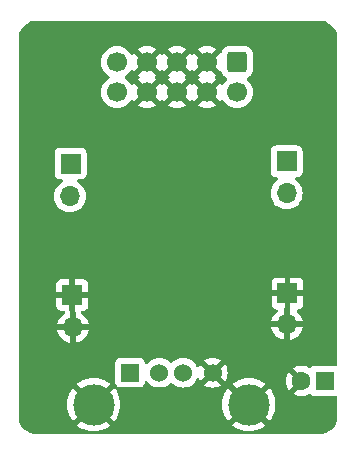
<source format=gbr>
%TF.GenerationSoftware,KiCad,Pcbnew,8.0.5*%
%TF.CreationDate,2024-12-20T11:43:52+13:00*%
%TF.ProjectId,eurorack_to_usb_MP1584EN,6575726f-7261-4636-9b5f-746f5f757362,rev?*%
%TF.SameCoordinates,Original*%
%TF.FileFunction,Copper,L2,Bot*%
%TF.FilePolarity,Positive*%
%FSLAX46Y46*%
G04 Gerber Fmt 4.6, Leading zero omitted, Abs format (unit mm)*
G04 Created by KiCad (PCBNEW 8.0.5) date 2024-12-20 11:43:52*
%MOMM*%
%LPD*%
G01*
G04 APERTURE LIST*
G04 Aperture macros list*
%AMRoundRect*
0 Rectangle with rounded corners*
0 $1 Rounding radius*
0 $2 $3 $4 $5 $6 $7 $8 $9 X,Y pos of 4 corners*
0 Add a 4 corners polygon primitive as box body*
4,1,4,$2,$3,$4,$5,$6,$7,$8,$9,$2,$3,0*
0 Add four circle primitives for the rounded corners*
1,1,$1+$1,$2,$3*
1,1,$1+$1,$4,$5*
1,1,$1+$1,$6,$7*
1,1,$1+$1,$8,$9*
0 Add four rect primitives between the rounded corners*
20,1,$1+$1,$2,$3,$4,$5,0*
20,1,$1+$1,$4,$5,$6,$7,0*
20,1,$1+$1,$6,$7,$8,$9,0*
20,1,$1+$1,$8,$9,$2,$3,0*%
G04 Aperture macros list end*
%TA.AperFunction,ComponentPad*%
%ADD10R,1.524000X1.524000*%
%TD*%
%TA.AperFunction,ComponentPad*%
%ADD11C,1.524000*%
%TD*%
%TA.AperFunction,ComponentPad*%
%ADD12C,3.500000*%
%TD*%
%TA.AperFunction,ComponentPad*%
%ADD13R,1.600000X1.600000*%
%TD*%
%TA.AperFunction,ComponentPad*%
%ADD14C,1.600000*%
%TD*%
%TA.AperFunction,ComponentPad*%
%ADD15R,1.700000X1.700000*%
%TD*%
%TA.AperFunction,ComponentPad*%
%ADD16O,1.700000X1.700000*%
%TD*%
%TA.AperFunction,ComponentPad*%
%ADD17RoundRect,0.250000X-0.600000X0.600000X-0.600000X-0.600000X0.600000X-0.600000X0.600000X0.600000X0*%
%TD*%
%TA.AperFunction,ComponentPad*%
%ADD18C,1.700000*%
%TD*%
G04 APERTURE END LIST*
D10*
%TO.P,J2,1,VBUS*%
%TO.N,Net-(J2-VBUS)*%
X144930000Y-106290000D03*
D11*
%TO.P,J2,2,D-*%
%TO.N,unconnected-(J2-D--Pad2)*%
X147430000Y-106290000D03*
%TO.P,J2,3,D+*%
%TO.N,unconnected-(J2-D+-Pad3)*%
X149430000Y-106290000D03*
%TO.P,J2,4,GND*%
%TO.N,GND*%
X151930000Y-106290000D03*
D12*
%TO.P,J2,5,Shield*%
X141860000Y-109000000D03*
X155000000Y-109000000D03*
%TD*%
D13*
%TO.P,C1,1*%
%TO.N,Net-(J2-VBUS)*%
X161455112Y-107000000D03*
D14*
%TO.P,C1,2*%
%TO.N,GND*%
X159455112Y-107000000D03*
%TD*%
D15*
%TO.P,J3,1,Pin_1*%
%TO.N,Net-(J1-Pin_9)*%
X158194800Y-88413400D03*
D16*
X158194800Y-91105800D03*
%TO.P,J3,2,Pin_2*%
%TO.N,GND*%
X158245600Y-102205600D03*
D15*
X158271000Y-99589400D03*
%TO.P,J3,3,Pin_3*%
X140059200Y-99716400D03*
D16*
X140100000Y-102450000D03*
%TO.P,J3,4,Pin_4*%
%TO.N,Net-(J2-VBUS)*%
X139856000Y-91359800D03*
D15*
X139906800Y-88591200D03*
%TD*%
D17*
%TO.P,J1,1,Pin_1*%
%TO.N,unconnected-(J1-Pin_1-Pad1)*%
X154000000Y-80000000D03*
D18*
%TO.P,J1,2,Pin_2*%
%TO.N,unconnected-(J1-Pin_2-Pad2)*%
X154000000Y-82540000D03*
%TO.P,J1,3,Pin_3*%
%TO.N,GND*%
X151460000Y-80000000D03*
%TO.P,J1,4,Pin_4*%
X151460000Y-82540000D03*
%TO.P,J1,5,Pin_5*%
X148920000Y-80000000D03*
%TO.P,J1,6,Pin_6*%
X148920000Y-82540000D03*
%TO.P,J1,7,Pin_7*%
X146380000Y-80000000D03*
%TO.P,J1,8,Pin_8*%
X146380000Y-82540000D03*
%TO.P,J1,9,Pin_9*%
%TO.N,Net-(J1-Pin_9)*%
X143840000Y-80000000D03*
%TO.P,J1,10,Pin_10*%
%TO.N,unconnected-(J1-Pin_10-Pad10)*%
X143840000Y-82540000D03*
%TD*%
%TA.AperFunction,Conductor*%
%TO.N,GND*%
G36*
X140309200Y-101057000D02*
G01*
X140313681Y-101061481D01*
X140347166Y-101122804D01*
X140350000Y-101149162D01*
X140350000Y-102016988D01*
X140292993Y-101984075D01*
X140165826Y-101950000D01*
X140034174Y-101950000D01*
X139907007Y-101984075D01*
X139850000Y-102016988D01*
X139850000Y-101114718D01*
X139816510Y-101068852D01*
X139809200Y-101026906D01*
X139809200Y-100149412D01*
X139866207Y-100182325D01*
X139993374Y-100216400D01*
X140125026Y-100216400D01*
X140252193Y-100182325D01*
X140309200Y-100149412D01*
X140309200Y-101057000D01*
G37*
%TD.AperFunction*%
%TA.AperFunction,Conductor*%
G36*
X158521000Y-100905638D02*
G01*
X158501315Y-100972677D01*
X158495600Y-100979769D01*
X158495600Y-101772588D01*
X158438593Y-101739675D01*
X158311426Y-101705600D01*
X158179774Y-101705600D01*
X158052607Y-101739675D01*
X157995600Y-101772588D01*
X157995600Y-100889362D01*
X158015285Y-100822323D01*
X158021000Y-100815230D01*
X158021000Y-100022412D01*
X158078007Y-100055325D01*
X158205174Y-100089400D01*
X158336826Y-100089400D01*
X158463993Y-100055325D01*
X158521000Y-100022412D01*
X158521000Y-100905638D01*
G37*
%TD.AperFunction*%
%TA.AperFunction,Conductor*%
G36*
X145914075Y-80192993D02*
G01*
X145979901Y-80307007D01*
X146072993Y-80400099D01*
X146187007Y-80465925D01*
X146250590Y-80482962D01*
X145618625Y-81114925D01*
X145695031Y-81168425D01*
X145738655Y-81223002D01*
X145745848Y-81292501D01*
X145714326Y-81354855D01*
X145695029Y-81371576D01*
X145618625Y-81425072D01*
X146250590Y-82057037D01*
X146187007Y-82074075D01*
X146072993Y-82139901D01*
X145979901Y-82232993D01*
X145914075Y-82347007D01*
X145897037Y-82410590D01*
X145265073Y-81778626D01*
X145211881Y-81854594D01*
X145157304Y-81898219D01*
X145087806Y-81905413D01*
X145025451Y-81873891D01*
X145008730Y-81854594D01*
X144878494Y-81668597D01*
X144711402Y-81501506D01*
X144711396Y-81501501D01*
X144525842Y-81371575D01*
X144482217Y-81316998D01*
X144475023Y-81247500D01*
X144506546Y-81185145D01*
X144525842Y-81168425D01*
X144668325Y-81068657D01*
X144711401Y-81038495D01*
X144878495Y-80871401D01*
X145008732Y-80685403D01*
X145063307Y-80641780D01*
X145132805Y-80634586D01*
X145195160Y-80666109D01*
X145211880Y-80685405D01*
X145265073Y-80761373D01*
X145897037Y-80129409D01*
X145914075Y-80192993D01*
G37*
%TD.AperFunction*%
%TA.AperFunction,Conductor*%
G36*
X150994075Y-80192993D02*
G01*
X151059901Y-80307007D01*
X151152993Y-80400099D01*
X151267007Y-80465925D01*
X151330590Y-80482962D01*
X150698625Y-81114925D01*
X150775031Y-81168425D01*
X150818655Y-81223002D01*
X150825848Y-81292501D01*
X150794326Y-81354855D01*
X150775029Y-81371576D01*
X150698625Y-81425072D01*
X151330590Y-82057037D01*
X151267007Y-82074075D01*
X151152993Y-82139901D01*
X151059901Y-82232993D01*
X150994075Y-82347007D01*
X150977037Y-82410590D01*
X150345072Y-81778625D01*
X150345072Y-81778626D01*
X150291574Y-81855030D01*
X150236998Y-81898655D01*
X150167499Y-81905849D01*
X150105144Y-81874326D01*
X150088424Y-81855030D01*
X150034925Y-81778626D01*
X150034925Y-81778625D01*
X149402962Y-82410589D01*
X149385925Y-82347007D01*
X149320099Y-82232993D01*
X149227007Y-82139901D01*
X149112993Y-82074075D01*
X149049410Y-82057037D01*
X149681373Y-81425073D01*
X149604969Y-81371576D01*
X149561344Y-81316999D01*
X149554150Y-81247501D01*
X149585672Y-81185146D01*
X149604968Y-81168425D01*
X149681373Y-81114925D01*
X149049409Y-80482962D01*
X149112993Y-80465925D01*
X149227007Y-80400099D01*
X149320099Y-80307007D01*
X149385925Y-80192993D01*
X149402962Y-80129410D01*
X150034925Y-80761373D01*
X150088425Y-80684968D01*
X150143002Y-80641344D01*
X150212501Y-80634151D01*
X150274855Y-80665673D01*
X150291576Y-80684969D01*
X150345073Y-80761372D01*
X150977037Y-80129409D01*
X150994075Y-80192993D01*
G37*
%TD.AperFunction*%
%TA.AperFunction,Conductor*%
G36*
X148454075Y-80192993D02*
G01*
X148519901Y-80307007D01*
X148612993Y-80400099D01*
X148727007Y-80465925D01*
X148790590Y-80482962D01*
X148158625Y-81114925D01*
X148235031Y-81168425D01*
X148278655Y-81223002D01*
X148285848Y-81292501D01*
X148254326Y-81354855D01*
X148235029Y-81371576D01*
X148158625Y-81425072D01*
X148790590Y-82057037D01*
X148727007Y-82074075D01*
X148612993Y-82139901D01*
X148519901Y-82232993D01*
X148454075Y-82347007D01*
X148437037Y-82410589D01*
X147805073Y-81778625D01*
X147805072Y-81778626D01*
X147751574Y-81855030D01*
X147696998Y-81898655D01*
X147627499Y-81905849D01*
X147565144Y-81874326D01*
X147548424Y-81855030D01*
X147494925Y-81778626D01*
X147494925Y-81778625D01*
X146862962Y-82410589D01*
X146845925Y-82347007D01*
X146780099Y-82232993D01*
X146687007Y-82139901D01*
X146572993Y-82074075D01*
X146509410Y-82057037D01*
X147141373Y-81425073D01*
X147064969Y-81371576D01*
X147021344Y-81316999D01*
X147014150Y-81247501D01*
X147045672Y-81185146D01*
X147064968Y-81168425D01*
X147141373Y-81114925D01*
X146509409Y-80482962D01*
X146572993Y-80465925D01*
X146687007Y-80400099D01*
X146780099Y-80307007D01*
X146845925Y-80192993D01*
X146862962Y-80129410D01*
X147494925Y-80761373D01*
X147548425Y-80684968D01*
X147603002Y-80641344D01*
X147672501Y-80634151D01*
X147734855Y-80665673D01*
X147751576Y-80684969D01*
X147805073Y-80761372D01*
X148437037Y-80129409D01*
X148454075Y-80192993D01*
G37*
%TD.AperFunction*%
%TA.AperFunction,Conductor*%
G36*
X152579341Y-80765789D02*
G01*
X152631191Y-80776209D01*
X152681375Y-80824823D01*
X152691205Y-80846966D01*
X152715186Y-80919334D01*
X152807288Y-81068656D01*
X152931344Y-81192712D01*
X153080666Y-81284814D01*
X153089264Y-81287663D01*
X153146707Y-81327433D01*
X153173531Y-81391948D01*
X153161217Y-81460724D01*
X153132234Y-81497483D01*
X153132427Y-81497676D01*
X153130798Y-81499304D01*
X153129975Y-81500349D01*
X153128599Y-81501503D01*
X152961505Y-81668597D01*
X152831269Y-81854595D01*
X152776692Y-81898220D01*
X152707194Y-81905414D01*
X152644839Y-81873891D01*
X152628119Y-81854595D01*
X152574925Y-81778626D01*
X152574925Y-81778625D01*
X151942962Y-82410589D01*
X151925925Y-82347007D01*
X151860099Y-82232993D01*
X151767007Y-82139901D01*
X151652993Y-82074075D01*
X151589410Y-82057037D01*
X152221373Y-81425073D01*
X152144969Y-81371576D01*
X152101344Y-81316999D01*
X152094150Y-81247501D01*
X152125672Y-81185146D01*
X152144968Y-81168425D01*
X152221373Y-81114925D01*
X151589409Y-80482962D01*
X151652993Y-80465925D01*
X151767007Y-80400099D01*
X151860099Y-80307007D01*
X151925925Y-80192993D01*
X151942962Y-80129410D01*
X152579341Y-80765789D01*
G37*
%TD.AperFunction*%
%TA.AperFunction,Conductor*%
G36*
X161004418Y-76500816D02*
G01*
X161204561Y-76515130D01*
X161222063Y-76517647D01*
X161413797Y-76559355D01*
X161430755Y-76564334D01*
X161614609Y-76632909D01*
X161630701Y-76640259D01*
X161802904Y-76734288D01*
X161817784Y-76743849D01*
X161974867Y-76861441D01*
X161988237Y-76873027D01*
X162126972Y-77011762D01*
X162138558Y-77025132D01*
X162256146Y-77182210D01*
X162265711Y-77197095D01*
X162359740Y-77369298D01*
X162367090Y-77385390D01*
X162435662Y-77569236D01*
X162440646Y-77586212D01*
X162482351Y-77777931D01*
X162484869Y-77795442D01*
X162499184Y-77995580D01*
X162499500Y-78004427D01*
X162499500Y-105582582D01*
X162479815Y-105649621D01*
X162427011Y-105695376D01*
X162362247Y-105705871D01*
X162302985Y-105699500D01*
X162302976Y-105699500D01*
X160607241Y-105699500D01*
X160607235Y-105699501D01*
X160547628Y-105705908D01*
X160412783Y-105756202D01*
X160412776Y-105756206D01*
X160297569Y-105842451D01*
X160297564Y-105842456D01*
X160290757Y-105851549D01*
X160234822Y-105893418D01*
X160165130Y-105898400D01*
X160120372Y-105878812D01*
X160107597Y-105869868D01*
X160107593Y-105869865D01*
X159901438Y-105773734D01*
X159901429Y-105773730D01*
X159681722Y-105714860D01*
X159681711Y-105714858D01*
X159455114Y-105695034D01*
X159455110Y-105695034D01*
X159228512Y-105714858D01*
X159228501Y-105714860D01*
X159008794Y-105773730D01*
X159008785Y-105773734D01*
X158802628Y-105869866D01*
X158802624Y-105869868D01*
X158729638Y-105920973D01*
X158729638Y-105920974D01*
X159408665Y-106600000D01*
X159402451Y-106600000D01*
X159300718Y-106627259D01*
X159209506Y-106679920D01*
X159135032Y-106754394D01*
X159082371Y-106845606D01*
X159055112Y-106947339D01*
X159055112Y-106953552D01*
X158376086Y-106274526D01*
X158376085Y-106274526D01*
X158324980Y-106347512D01*
X158324978Y-106347516D01*
X158228846Y-106553673D01*
X158228842Y-106553682D01*
X158169972Y-106773389D01*
X158169970Y-106773400D01*
X158150146Y-106999997D01*
X158150146Y-107000002D01*
X158169970Y-107226599D01*
X158169972Y-107226610D01*
X158228842Y-107446317D01*
X158228847Y-107446331D01*
X158324975Y-107652478D01*
X158376086Y-107725472D01*
X159055112Y-107046446D01*
X159055112Y-107052661D01*
X159082371Y-107154394D01*
X159135032Y-107245606D01*
X159209506Y-107320080D01*
X159300718Y-107372741D01*
X159402451Y-107400000D01*
X159408663Y-107400000D01*
X158729638Y-108079025D01*
X158802625Y-108130132D01*
X158802633Y-108130136D01*
X159008780Y-108226264D01*
X159008794Y-108226269D01*
X159228501Y-108285139D01*
X159228512Y-108285141D01*
X159455110Y-108304966D01*
X159455114Y-108304966D01*
X159681711Y-108285141D01*
X159681722Y-108285139D01*
X159901429Y-108226269D01*
X159901438Y-108226265D01*
X160107593Y-108130134D01*
X160120365Y-108121191D01*
X160186571Y-108098862D01*
X160254339Y-108115870D01*
X160290756Y-108148449D01*
X160297566Y-108157546D01*
X160343755Y-108192123D01*
X160412776Y-108243793D01*
X160412783Y-108243797D01*
X160547629Y-108294091D01*
X160547628Y-108294091D01*
X160554556Y-108294835D01*
X160607239Y-108300500D01*
X162302984Y-108300499D01*
X162362247Y-108294128D01*
X162431005Y-108306534D01*
X162482142Y-108354145D01*
X162499500Y-108417418D01*
X162499500Y-109995572D01*
X162499184Y-110004419D01*
X162484869Y-110204557D01*
X162482351Y-110222068D01*
X162440646Y-110413787D01*
X162435662Y-110430763D01*
X162367090Y-110614609D01*
X162359740Y-110630701D01*
X162265711Y-110802904D01*
X162256146Y-110817789D01*
X162138558Y-110974867D01*
X162126972Y-110988237D01*
X161988237Y-111126972D01*
X161974867Y-111138558D01*
X161817789Y-111256146D01*
X161802904Y-111265711D01*
X161630701Y-111359740D01*
X161614609Y-111367090D01*
X161430763Y-111435662D01*
X161413787Y-111440646D01*
X161222068Y-111482351D01*
X161204557Y-111484869D01*
X161023779Y-111497799D01*
X161004417Y-111499184D01*
X160995572Y-111499500D01*
X155054835Y-111499500D01*
X154997330Y-111482614D01*
X154972244Y-111496507D01*
X154945165Y-111499500D01*
X141914835Y-111499500D01*
X141857330Y-111482614D01*
X141832244Y-111496507D01*
X141805165Y-111499500D01*
X137004428Y-111499500D01*
X136995582Y-111499184D01*
X136973622Y-111497613D01*
X136795442Y-111484869D01*
X136777931Y-111482351D01*
X136586212Y-111440646D01*
X136569236Y-111435662D01*
X136385390Y-111367090D01*
X136369298Y-111359740D01*
X136197095Y-111265711D01*
X136182210Y-111256146D01*
X136025132Y-111138558D01*
X136011762Y-111126972D01*
X135873027Y-110988237D01*
X135861441Y-110974867D01*
X135844878Y-110952741D01*
X135743849Y-110817784D01*
X135734288Y-110802904D01*
X135640259Y-110630701D01*
X135632909Y-110614609D01*
X135572091Y-110451551D01*
X135564334Y-110430755D01*
X135559355Y-110413797D01*
X135517647Y-110222063D01*
X135515130Y-110204556D01*
X135500816Y-110004418D01*
X135500500Y-109995572D01*
X135500500Y-109000000D01*
X139605172Y-109000000D01*
X139624462Y-109294312D01*
X139624464Y-109294324D01*
X139682001Y-109583584D01*
X139682005Y-109583599D01*
X139776812Y-109862888D01*
X139907258Y-110127406D01*
X139907265Y-110127419D01*
X140071123Y-110372649D01*
X140100405Y-110406040D01*
X140887912Y-109618532D01*
X140982829Y-109749175D01*
X141110825Y-109877171D01*
X141241465Y-109972086D01*
X140453958Y-110759593D01*
X140487350Y-110788876D01*
X140732580Y-110952734D01*
X140732593Y-110952741D01*
X140997111Y-111083187D01*
X141276400Y-111177994D01*
X141276415Y-111177998D01*
X141565675Y-111235535D01*
X141565687Y-111235537D01*
X141813275Y-111251765D01*
X141860431Y-111269034D01*
X141879900Y-111256523D01*
X141906725Y-111251765D01*
X142154312Y-111235537D01*
X142154324Y-111235535D01*
X142443584Y-111177998D01*
X142443599Y-111177994D01*
X142722888Y-111083187D01*
X142987406Y-110952741D01*
X142987419Y-110952734D01*
X143232648Y-110788877D01*
X143266039Y-110759593D01*
X142478533Y-109972086D01*
X142609175Y-109877171D01*
X142737171Y-109749175D01*
X142832086Y-109618533D01*
X143619593Y-110406039D01*
X143648877Y-110372648D01*
X143812734Y-110127419D01*
X143812741Y-110127406D01*
X143943187Y-109862888D01*
X144037994Y-109583599D01*
X144037998Y-109583584D01*
X144095535Y-109294324D01*
X144095537Y-109294312D01*
X144114827Y-109000000D01*
X152745172Y-109000000D01*
X152764462Y-109294312D01*
X152764464Y-109294324D01*
X152822001Y-109583584D01*
X152822005Y-109583599D01*
X152916812Y-109862888D01*
X153047258Y-110127406D01*
X153047265Y-110127419D01*
X153211123Y-110372649D01*
X153240405Y-110406040D01*
X154027912Y-109618532D01*
X154122829Y-109749175D01*
X154250825Y-109877171D01*
X154381465Y-109972086D01*
X153593958Y-110759593D01*
X153627350Y-110788876D01*
X153872580Y-110952734D01*
X153872593Y-110952741D01*
X154137111Y-111083187D01*
X154416400Y-111177994D01*
X154416415Y-111177998D01*
X154705675Y-111235535D01*
X154705687Y-111235537D01*
X154953275Y-111251765D01*
X155000431Y-111269034D01*
X155019900Y-111256523D01*
X155046725Y-111251765D01*
X155294312Y-111235537D01*
X155294324Y-111235535D01*
X155583584Y-111177998D01*
X155583599Y-111177994D01*
X155862888Y-111083187D01*
X156127406Y-110952741D01*
X156127419Y-110952734D01*
X156372648Y-110788877D01*
X156406039Y-110759593D01*
X155618533Y-109972086D01*
X155749175Y-109877171D01*
X155877171Y-109749175D01*
X155972086Y-109618533D01*
X156759593Y-110406039D01*
X156788877Y-110372648D01*
X156952734Y-110127419D01*
X156952741Y-110127406D01*
X157083187Y-109862888D01*
X157177994Y-109583599D01*
X157177998Y-109583584D01*
X157235535Y-109294324D01*
X157235537Y-109294312D01*
X157254827Y-109000000D01*
X157235537Y-108705687D01*
X157235535Y-108705675D01*
X157177998Y-108416415D01*
X157177994Y-108416400D01*
X157083187Y-108137111D01*
X156952741Y-107872593D01*
X156952734Y-107872580D01*
X156788876Y-107627350D01*
X156759593Y-107593958D01*
X155972086Y-108381465D01*
X155877171Y-108250825D01*
X155749175Y-108122829D01*
X155618533Y-108027912D01*
X156406040Y-107240405D01*
X156372649Y-107211123D01*
X156127419Y-107047265D01*
X156127406Y-107047258D01*
X155862888Y-106916812D01*
X155583599Y-106822005D01*
X155583584Y-106822001D01*
X155294324Y-106764464D01*
X155294312Y-106764462D01*
X155000000Y-106745172D01*
X154705687Y-106764462D01*
X154705675Y-106764464D01*
X154416415Y-106822001D01*
X154416400Y-106822005D01*
X154137111Y-106916812D01*
X153872593Y-107047258D01*
X153872580Y-107047265D01*
X153627346Y-107211126D01*
X153627339Y-107211131D01*
X153593959Y-107240403D01*
X153593959Y-107240405D01*
X154381466Y-108027912D01*
X154250825Y-108122829D01*
X154122829Y-108250825D01*
X154027912Y-108381466D01*
X153240405Y-107593959D01*
X153240403Y-107593959D01*
X153211131Y-107627339D01*
X153211126Y-107627346D01*
X153047265Y-107872580D01*
X153047258Y-107872593D01*
X152916812Y-108137111D01*
X152822005Y-108416400D01*
X152822001Y-108416415D01*
X152764464Y-108705675D01*
X152764462Y-108705687D01*
X152745172Y-109000000D01*
X144114827Y-109000000D01*
X144095537Y-108705687D01*
X144095535Y-108705675D01*
X144037998Y-108416415D01*
X144037994Y-108416400D01*
X143943187Y-108137111D01*
X143812741Y-107872593D01*
X143812734Y-107872580D01*
X143648876Y-107627350D01*
X143619593Y-107593958D01*
X142832086Y-108381465D01*
X142737171Y-108250825D01*
X142609175Y-108122829D01*
X142478533Y-108027912D01*
X143266040Y-107240405D01*
X143232649Y-107211123D01*
X142987419Y-107047265D01*
X142987406Y-107047258D01*
X142722888Y-106916812D01*
X142443599Y-106822005D01*
X142443584Y-106822001D01*
X142154324Y-106764464D01*
X142154312Y-106764462D01*
X141860000Y-106745172D01*
X141565687Y-106764462D01*
X141565675Y-106764464D01*
X141276415Y-106822001D01*
X141276400Y-106822005D01*
X140997111Y-106916812D01*
X140732593Y-107047258D01*
X140732580Y-107047265D01*
X140487346Y-107211126D01*
X140487339Y-107211131D01*
X140453959Y-107240403D01*
X140453959Y-107240405D01*
X141241466Y-108027912D01*
X141110825Y-108122829D01*
X140982829Y-108250825D01*
X140887913Y-108381466D01*
X140100405Y-107593959D01*
X140100403Y-107593959D01*
X140071131Y-107627339D01*
X140071126Y-107627346D01*
X139907265Y-107872580D01*
X139907258Y-107872593D01*
X139776812Y-108137111D01*
X139682005Y-108416400D01*
X139682001Y-108416415D01*
X139624464Y-108705675D01*
X139624462Y-108705687D01*
X139605172Y-109000000D01*
X135500500Y-109000000D01*
X135500500Y-105480135D01*
X143667500Y-105480135D01*
X143667500Y-107099870D01*
X143667501Y-107099876D01*
X143673908Y-107159483D01*
X143724202Y-107294328D01*
X143724206Y-107294335D01*
X143810452Y-107409544D01*
X143810455Y-107409547D01*
X143925664Y-107495793D01*
X143925671Y-107495797D01*
X144060517Y-107546091D01*
X144060516Y-107546091D01*
X144067444Y-107546835D01*
X144120127Y-107552500D01*
X145739872Y-107552499D01*
X145799483Y-107546091D01*
X145934331Y-107495796D01*
X146049546Y-107409546D01*
X146135796Y-107294331D01*
X146186091Y-107159483D01*
X146192229Y-107102386D01*
X146218966Y-107037839D01*
X146276358Y-106997991D01*
X146346183Y-106995497D01*
X146406272Y-107031149D01*
X146417093Y-107044522D01*
X146459170Y-107104615D01*
X146459175Y-107104621D01*
X146615378Y-107260824D01*
X146615384Y-107260829D01*
X146796333Y-107387531D01*
X146796335Y-107387532D01*
X146796338Y-107387534D01*
X146996550Y-107480894D01*
X147209932Y-107538070D01*
X147367123Y-107551822D01*
X147429998Y-107557323D01*
X147430000Y-107557323D01*
X147430002Y-107557323D01*
X147485151Y-107552498D01*
X147650068Y-107538070D01*
X147863450Y-107480894D01*
X148063662Y-107387534D01*
X148244620Y-107260826D01*
X148342319Y-107163127D01*
X148403642Y-107129642D01*
X148473334Y-107134626D01*
X148517681Y-107163127D01*
X148615378Y-107260824D01*
X148615384Y-107260829D01*
X148796333Y-107387531D01*
X148796335Y-107387532D01*
X148796338Y-107387534D01*
X148996550Y-107480894D01*
X149209932Y-107538070D01*
X149367123Y-107551822D01*
X149429998Y-107557323D01*
X149430000Y-107557323D01*
X149430002Y-107557323D01*
X149485151Y-107552498D01*
X149650068Y-107538070D01*
X149863450Y-107480894D01*
X150063662Y-107387534D01*
X150244620Y-107260826D01*
X150400826Y-107104620D01*
X150527534Y-106923662D01*
X150567894Y-106837108D01*
X150614066Y-106784669D01*
X150681259Y-106765517D01*
X150748140Y-106785732D01*
X150792658Y-106837109D01*
X150832898Y-106923405D01*
X150832901Y-106923411D01*
X150878258Y-106988187D01*
X150878259Y-106988188D01*
X151479697Y-106386749D01*
X151501349Y-106467553D01*
X151561909Y-106572446D01*
X151647554Y-106658091D01*
X151752447Y-106718651D01*
X151833249Y-106740302D01*
X151231810Y-107341740D01*
X151296590Y-107387099D01*
X151296592Y-107387100D01*
X151496715Y-107480419D01*
X151496729Y-107480424D01*
X151710013Y-107537573D01*
X151710023Y-107537575D01*
X151929999Y-107556821D01*
X151930001Y-107556821D01*
X152149976Y-107537575D01*
X152149986Y-107537573D01*
X152363270Y-107480424D01*
X152363284Y-107480419D01*
X152563407Y-107387100D01*
X152563417Y-107387094D01*
X152628188Y-107341741D01*
X152026750Y-106740302D01*
X152107553Y-106718651D01*
X152212446Y-106658091D01*
X152298091Y-106572446D01*
X152358651Y-106467553D01*
X152380302Y-106386749D01*
X152981741Y-106988188D01*
X153027094Y-106923417D01*
X153027100Y-106923407D01*
X153120419Y-106723284D01*
X153120424Y-106723270D01*
X153177573Y-106509986D01*
X153177575Y-106509976D01*
X153196821Y-106290000D01*
X153196821Y-106289999D01*
X153177575Y-106070023D01*
X153177573Y-106070013D01*
X153120424Y-105856729D01*
X153120420Y-105856720D01*
X153027096Y-105656586D01*
X152981741Y-105591811D01*
X152981740Y-105591810D01*
X152380302Y-106193249D01*
X152358651Y-106112447D01*
X152298091Y-106007554D01*
X152212446Y-105921909D01*
X152107553Y-105861349D01*
X152026750Y-105839697D01*
X152628188Y-105238259D01*
X152628187Y-105238258D01*
X152563411Y-105192901D01*
X152563405Y-105192898D01*
X152363284Y-105099580D01*
X152363270Y-105099575D01*
X152149986Y-105042426D01*
X152149976Y-105042424D01*
X151930001Y-105023179D01*
X151929999Y-105023179D01*
X151710023Y-105042424D01*
X151710013Y-105042426D01*
X151496729Y-105099575D01*
X151496720Y-105099579D01*
X151296590Y-105192901D01*
X151231811Y-105238258D01*
X151833250Y-105839697D01*
X151752447Y-105861349D01*
X151647554Y-105921909D01*
X151561909Y-106007554D01*
X151501349Y-106112447D01*
X151479697Y-106193250D01*
X150878258Y-105591811D01*
X150832901Y-105656590D01*
X150792658Y-105742891D01*
X150746485Y-105795330D01*
X150679292Y-105814482D01*
X150612411Y-105794266D01*
X150567894Y-105742891D01*
X150550648Y-105705908D01*
X150527534Y-105656339D01*
X150414244Y-105494543D01*
X150400827Y-105475381D01*
X150342318Y-105416872D01*
X150244620Y-105319174D01*
X150244616Y-105319171D01*
X150244615Y-105319170D01*
X150063666Y-105192468D01*
X150063662Y-105192466D01*
X150016457Y-105170454D01*
X149863450Y-105099106D01*
X149863447Y-105099105D01*
X149863445Y-105099104D01*
X149650070Y-105041930D01*
X149650062Y-105041929D01*
X149430002Y-105022677D01*
X149429998Y-105022677D01*
X149209937Y-105041929D01*
X149209929Y-105041930D01*
X148996554Y-105099104D01*
X148996548Y-105099107D01*
X148796340Y-105192465D01*
X148796338Y-105192466D01*
X148615381Y-105319172D01*
X148517680Y-105416873D01*
X148456356Y-105450357D01*
X148386665Y-105445373D01*
X148342318Y-105416872D01*
X148244621Y-105319175D01*
X148244615Y-105319170D01*
X148063666Y-105192468D01*
X148063662Y-105192466D01*
X148016457Y-105170454D01*
X147863450Y-105099106D01*
X147863447Y-105099105D01*
X147863445Y-105099104D01*
X147650070Y-105041930D01*
X147650062Y-105041929D01*
X147430002Y-105022677D01*
X147429998Y-105022677D01*
X147209937Y-105041929D01*
X147209929Y-105041930D01*
X146996554Y-105099104D01*
X146996548Y-105099107D01*
X146796340Y-105192465D01*
X146796338Y-105192466D01*
X146615377Y-105319175D01*
X146459177Y-105475375D01*
X146417093Y-105535478D01*
X146362516Y-105579102D01*
X146293017Y-105586295D01*
X146230663Y-105554773D01*
X146195249Y-105494543D01*
X146192228Y-105477607D01*
X146186091Y-105420516D01*
X146135797Y-105285671D01*
X146135793Y-105285664D01*
X146049547Y-105170455D01*
X146049544Y-105170452D01*
X145934335Y-105084206D01*
X145934328Y-105084202D01*
X145799482Y-105033908D01*
X145799483Y-105033908D01*
X145739883Y-105027501D01*
X145739881Y-105027500D01*
X145739873Y-105027500D01*
X145739864Y-105027500D01*
X144120129Y-105027500D01*
X144120123Y-105027501D01*
X144060516Y-105033908D01*
X143925671Y-105084202D01*
X143925664Y-105084206D01*
X143810455Y-105170452D01*
X143810452Y-105170455D01*
X143724206Y-105285664D01*
X143724202Y-105285671D01*
X143673908Y-105420517D01*
X143667501Y-105480116D01*
X143667500Y-105480135D01*
X135500500Y-105480135D01*
X135500500Y-98818555D01*
X138709200Y-98818555D01*
X138709200Y-99466400D01*
X139626188Y-99466400D01*
X139593275Y-99523407D01*
X139559200Y-99650574D01*
X139559200Y-99782226D01*
X139593275Y-99909393D01*
X139626188Y-99966400D01*
X138709200Y-99966400D01*
X138709200Y-100614244D01*
X138715601Y-100673772D01*
X138715603Y-100673779D01*
X138765845Y-100808486D01*
X138765849Y-100808493D01*
X138852009Y-100923587D01*
X138852012Y-100923590D01*
X138967106Y-101009750D01*
X138967113Y-101009754D01*
X139101820Y-101059996D01*
X139101827Y-101059998D01*
X139161355Y-101066399D01*
X139161372Y-101066400D01*
X139329055Y-101066400D01*
X139396094Y-101086085D01*
X139441849Y-101138889D01*
X139451793Y-101208047D01*
X139422768Y-101271603D01*
X139400178Y-101291975D01*
X139228926Y-101411886D01*
X139228920Y-101411891D01*
X139061891Y-101578920D01*
X139061886Y-101578926D01*
X138926400Y-101772420D01*
X138926399Y-101772422D01*
X138826570Y-101986507D01*
X138826567Y-101986513D01*
X138769364Y-102199999D01*
X138769364Y-102200000D01*
X139666988Y-102200000D01*
X139634075Y-102257007D01*
X139600000Y-102384174D01*
X139600000Y-102515826D01*
X139634075Y-102642993D01*
X139666988Y-102700000D01*
X138769364Y-102700000D01*
X138826567Y-102913486D01*
X138826570Y-102913492D01*
X138926399Y-103127578D01*
X139061894Y-103321082D01*
X139228917Y-103488105D01*
X139422421Y-103623600D01*
X139636507Y-103723429D01*
X139636516Y-103723433D01*
X139850000Y-103780634D01*
X139850000Y-102883012D01*
X139907007Y-102915925D01*
X140034174Y-102950000D01*
X140165826Y-102950000D01*
X140292993Y-102915925D01*
X140350000Y-102883012D01*
X140350000Y-103780633D01*
X140563483Y-103723433D01*
X140563492Y-103723429D01*
X140777578Y-103623600D01*
X140971082Y-103488105D01*
X141138105Y-103321082D01*
X141273600Y-103127578D01*
X141373429Y-102913492D01*
X141373432Y-102913486D01*
X141430636Y-102700000D01*
X140533012Y-102700000D01*
X140565925Y-102642993D01*
X140600000Y-102515826D01*
X140600000Y-102384174D01*
X140565925Y-102257007D01*
X140533012Y-102200000D01*
X141430636Y-102200000D01*
X141430635Y-102199999D01*
X141373432Y-101986513D01*
X141373429Y-101986507D01*
X141359016Y-101955599D01*
X156914964Y-101955599D01*
X156914964Y-101955600D01*
X157812588Y-101955600D01*
X157779675Y-102012607D01*
X157745600Y-102139774D01*
X157745600Y-102271426D01*
X157779675Y-102398593D01*
X157812588Y-102455600D01*
X156914964Y-102455600D01*
X156972167Y-102669086D01*
X156972170Y-102669092D01*
X157071999Y-102883178D01*
X157207494Y-103076682D01*
X157374517Y-103243705D01*
X157568021Y-103379200D01*
X157782107Y-103479029D01*
X157782116Y-103479033D01*
X157995600Y-103536234D01*
X157995600Y-102638612D01*
X158052607Y-102671525D01*
X158179774Y-102705600D01*
X158311426Y-102705600D01*
X158438593Y-102671525D01*
X158495600Y-102638612D01*
X158495600Y-103536233D01*
X158709083Y-103479033D01*
X158709092Y-103479029D01*
X158923178Y-103379200D01*
X159116682Y-103243705D01*
X159283705Y-103076682D01*
X159419200Y-102883178D01*
X159519029Y-102669092D01*
X159519032Y-102669086D01*
X159576236Y-102455600D01*
X158678612Y-102455600D01*
X158711525Y-102398593D01*
X158745600Y-102271426D01*
X158745600Y-102139774D01*
X158711525Y-102012607D01*
X158678612Y-101955600D01*
X159576236Y-101955600D01*
X159576235Y-101955599D01*
X159519032Y-101742113D01*
X159519029Y-101742107D01*
X159419200Y-101528022D01*
X159419199Y-101528020D01*
X159283713Y-101334526D01*
X159283708Y-101334520D01*
X159116678Y-101167490D01*
X159111922Y-101164160D01*
X159068297Y-101109583D01*
X159061105Y-101040085D01*
X159092628Y-100977730D01*
X159152858Y-100942317D01*
X159169790Y-100939297D01*
X159228373Y-100932998D01*
X159228379Y-100932996D01*
X159363086Y-100882754D01*
X159363093Y-100882750D01*
X159478187Y-100796590D01*
X159478190Y-100796587D01*
X159564350Y-100681493D01*
X159564354Y-100681486D01*
X159614596Y-100546779D01*
X159614598Y-100546772D01*
X159620999Y-100487244D01*
X159621000Y-100487227D01*
X159621000Y-99839400D01*
X158704012Y-99839400D01*
X158736925Y-99782393D01*
X158771000Y-99655226D01*
X158771000Y-99523574D01*
X158736925Y-99396407D01*
X158704012Y-99339400D01*
X159621000Y-99339400D01*
X159621000Y-98691572D01*
X159620999Y-98691555D01*
X159614598Y-98632027D01*
X159614596Y-98632020D01*
X159564354Y-98497313D01*
X159564350Y-98497306D01*
X159478190Y-98382212D01*
X159478187Y-98382209D01*
X159363093Y-98296049D01*
X159363086Y-98296045D01*
X159228379Y-98245803D01*
X159228372Y-98245801D01*
X159168844Y-98239400D01*
X158521000Y-98239400D01*
X158521000Y-99156388D01*
X158463993Y-99123475D01*
X158336826Y-99089400D01*
X158205174Y-99089400D01*
X158078007Y-99123475D01*
X158021000Y-99156388D01*
X158021000Y-98239400D01*
X157373155Y-98239400D01*
X157313627Y-98245801D01*
X157313620Y-98245803D01*
X157178913Y-98296045D01*
X157178906Y-98296049D01*
X157063812Y-98382209D01*
X157063809Y-98382212D01*
X156977649Y-98497306D01*
X156977645Y-98497313D01*
X156927403Y-98632020D01*
X156927401Y-98632027D01*
X156921000Y-98691555D01*
X156921000Y-99339400D01*
X157837988Y-99339400D01*
X157805075Y-99396407D01*
X157771000Y-99523574D01*
X157771000Y-99655226D01*
X157805075Y-99782393D01*
X157837988Y-99839400D01*
X156921000Y-99839400D01*
X156921000Y-100487244D01*
X156927401Y-100546772D01*
X156927403Y-100546779D01*
X156977645Y-100681486D01*
X156977649Y-100681493D01*
X157063809Y-100796587D01*
X157063812Y-100796590D01*
X157178906Y-100882750D01*
X157178913Y-100882754D01*
X157313620Y-100932996D01*
X157313626Y-100932998D01*
X157328170Y-100934562D01*
X157392721Y-100961300D01*
X157432569Y-101018693D01*
X157435062Y-101088518D01*
X157399409Y-101148606D01*
X157386040Y-101159424D01*
X157374527Y-101167485D01*
X157374520Y-101167491D01*
X157207491Y-101334520D01*
X157207486Y-101334526D01*
X157072000Y-101528020D01*
X157071999Y-101528022D01*
X156972170Y-101742107D01*
X156972167Y-101742113D01*
X156914964Y-101955599D01*
X141359016Y-101955599D01*
X141273600Y-101772422D01*
X141273599Y-101772420D01*
X141138113Y-101578926D01*
X141138108Y-101578920D01*
X140971078Y-101411890D01*
X140799822Y-101291974D01*
X140756197Y-101237397D01*
X140749005Y-101167899D01*
X140780527Y-101105544D01*
X140840758Y-101070131D01*
X140870946Y-101066400D01*
X140957028Y-101066400D01*
X140957044Y-101066399D01*
X141016572Y-101059998D01*
X141016579Y-101059996D01*
X141151286Y-101009754D01*
X141151293Y-101009750D01*
X141266387Y-100923590D01*
X141266390Y-100923587D01*
X141352550Y-100808493D01*
X141352554Y-100808486D01*
X141402796Y-100673779D01*
X141402798Y-100673772D01*
X141409199Y-100614244D01*
X141409200Y-100614227D01*
X141409200Y-99966400D01*
X140492212Y-99966400D01*
X140525125Y-99909393D01*
X140559200Y-99782226D01*
X140559200Y-99650574D01*
X140525125Y-99523407D01*
X140492212Y-99466400D01*
X141409200Y-99466400D01*
X141409200Y-98818572D01*
X141409199Y-98818555D01*
X141402798Y-98759027D01*
X141402796Y-98759020D01*
X141352554Y-98624313D01*
X141352550Y-98624306D01*
X141266390Y-98509212D01*
X141266387Y-98509209D01*
X141151293Y-98423049D01*
X141151286Y-98423045D01*
X141016579Y-98372803D01*
X141016572Y-98372801D01*
X140957044Y-98366400D01*
X140309200Y-98366400D01*
X140309200Y-99283388D01*
X140252193Y-99250475D01*
X140125026Y-99216400D01*
X139993374Y-99216400D01*
X139866207Y-99250475D01*
X139809200Y-99283388D01*
X139809200Y-98366400D01*
X139161355Y-98366400D01*
X139101827Y-98372801D01*
X139101820Y-98372803D01*
X138967113Y-98423045D01*
X138967106Y-98423049D01*
X138852012Y-98509209D01*
X138852009Y-98509212D01*
X138765849Y-98624306D01*
X138765845Y-98624313D01*
X138715603Y-98759020D01*
X138715601Y-98759027D01*
X138709200Y-98818555D01*
X135500500Y-98818555D01*
X135500500Y-91359799D01*
X138500341Y-91359799D01*
X138500341Y-91359800D01*
X138520936Y-91595203D01*
X138520938Y-91595213D01*
X138582094Y-91823455D01*
X138582096Y-91823459D01*
X138582097Y-91823463D01*
X138653787Y-91977202D01*
X138681965Y-92037630D01*
X138681967Y-92037634D01*
X138756655Y-92144298D01*
X138817505Y-92231201D01*
X138984599Y-92398295D01*
X139081384Y-92466065D01*
X139178165Y-92533832D01*
X139178167Y-92533833D01*
X139178170Y-92533835D01*
X139392337Y-92633703D01*
X139620592Y-92694863D01*
X139808918Y-92711339D01*
X139855999Y-92715459D01*
X139856000Y-92715459D01*
X139856001Y-92715459D01*
X139895234Y-92712026D01*
X140091408Y-92694863D01*
X140319663Y-92633703D01*
X140533830Y-92533835D01*
X140727401Y-92398295D01*
X140894495Y-92231201D01*
X141030035Y-92037630D01*
X141129903Y-91823463D01*
X141191063Y-91595208D01*
X141211659Y-91359800D01*
X141191063Y-91124392D01*
X141186081Y-91105799D01*
X156839141Y-91105799D01*
X156839141Y-91105800D01*
X156859736Y-91341203D01*
X156859738Y-91341213D01*
X156920894Y-91569455D01*
X156920896Y-91569459D01*
X156920897Y-91569463D01*
X157020765Y-91783630D01*
X157020767Y-91783634D01*
X157129081Y-91938321D01*
X157156305Y-91977201D01*
X157323399Y-92144295D01*
X157420184Y-92212065D01*
X157516965Y-92279832D01*
X157516967Y-92279833D01*
X157516970Y-92279835D01*
X157731137Y-92379703D01*
X157959392Y-92440863D01*
X158147718Y-92457339D01*
X158194799Y-92461459D01*
X158194800Y-92461459D01*
X158194801Y-92461459D01*
X158234034Y-92458026D01*
X158430208Y-92440863D01*
X158658463Y-92379703D01*
X158872630Y-92279835D01*
X159066201Y-92144295D01*
X159233295Y-91977201D01*
X159368835Y-91783630D01*
X159468703Y-91569463D01*
X159529863Y-91341208D01*
X159550459Y-91105800D01*
X159529863Y-90870392D01*
X159468703Y-90642137D01*
X159368835Y-90427971D01*
X159294145Y-90321301D01*
X159233294Y-90234397D01*
X159066202Y-90067306D01*
X159066196Y-90067301D01*
X158955047Y-89989474D01*
X158911422Y-89934897D01*
X158904228Y-89865399D01*
X158935751Y-89803044D01*
X158995981Y-89767630D01*
X159026170Y-89763899D01*
X159092671Y-89763899D01*
X159092672Y-89763899D01*
X159152283Y-89757491D01*
X159287131Y-89707196D01*
X159402346Y-89620946D01*
X159488596Y-89505731D01*
X159538891Y-89370883D01*
X159545300Y-89311273D01*
X159545299Y-87515528D01*
X159538891Y-87455917D01*
X159488596Y-87321069D01*
X159488595Y-87321068D01*
X159488593Y-87321064D01*
X159402347Y-87205855D01*
X159402344Y-87205852D01*
X159287135Y-87119606D01*
X159287128Y-87119602D01*
X159152282Y-87069308D01*
X159152283Y-87069308D01*
X159092683Y-87062901D01*
X159092681Y-87062900D01*
X159092673Y-87062900D01*
X159092664Y-87062900D01*
X157296929Y-87062900D01*
X157296923Y-87062901D01*
X157237316Y-87069308D01*
X157102471Y-87119602D01*
X157102464Y-87119606D01*
X156987255Y-87205852D01*
X156987252Y-87205855D01*
X156901006Y-87321064D01*
X156901002Y-87321071D01*
X156850708Y-87455917D01*
X156844301Y-87515516D01*
X156844301Y-87515523D01*
X156844300Y-87515535D01*
X156844300Y-89311270D01*
X156844301Y-89311276D01*
X156850708Y-89370883D01*
X156901002Y-89505728D01*
X156901006Y-89505735D01*
X156987252Y-89620944D01*
X156987255Y-89620947D01*
X157102464Y-89707193D01*
X157102471Y-89707197D01*
X157147418Y-89723961D01*
X157237317Y-89757491D01*
X157296927Y-89763900D01*
X157363429Y-89763899D01*
X157430466Y-89783583D01*
X157476222Y-89836386D01*
X157486166Y-89905544D01*
X157457142Y-89969100D01*
X157434552Y-89989473D01*
X157323398Y-90067304D01*
X157156305Y-90234397D01*
X157020765Y-90427969D01*
X157020764Y-90427971D01*
X156920898Y-90642135D01*
X156920894Y-90642144D01*
X156859738Y-90870386D01*
X156859736Y-90870396D01*
X156839141Y-91105799D01*
X141186081Y-91105799D01*
X141129903Y-90896137D01*
X141030035Y-90681971D01*
X140894495Y-90488399D01*
X140894494Y-90488397D01*
X140727402Y-90321306D01*
X140727395Y-90321301D01*
X140533834Y-90185767D01*
X140533830Y-90185765D01*
X140533821Y-90185761D01*
X140517350Y-90178080D01*
X140464912Y-90131909D01*
X140445760Y-90064715D01*
X140465976Y-89997834D01*
X140519141Y-89952500D01*
X140569755Y-89941699D01*
X140804672Y-89941699D01*
X140864283Y-89935291D01*
X140999131Y-89884996D01*
X141114346Y-89798746D01*
X141200596Y-89683531D01*
X141250891Y-89548683D01*
X141257300Y-89489073D01*
X141257299Y-87693328D01*
X141250891Y-87633717D01*
X141206809Y-87515528D01*
X141200597Y-87498871D01*
X141200593Y-87498864D01*
X141114347Y-87383655D01*
X141114344Y-87383652D01*
X140999135Y-87297406D01*
X140999128Y-87297402D01*
X140864282Y-87247108D01*
X140864283Y-87247108D01*
X140804683Y-87240701D01*
X140804681Y-87240700D01*
X140804673Y-87240700D01*
X140804664Y-87240700D01*
X139008929Y-87240700D01*
X139008923Y-87240701D01*
X138949316Y-87247108D01*
X138814471Y-87297402D01*
X138814464Y-87297406D01*
X138699255Y-87383652D01*
X138699252Y-87383655D01*
X138613006Y-87498864D01*
X138613002Y-87498871D01*
X138562708Y-87633717D01*
X138556301Y-87693316D01*
X138556301Y-87693323D01*
X138556300Y-87693335D01*
X138556300Y-89489070D01*
X138556301Y-89489076D01*
X138562708Y-89548683D01*
X138613002Y-89683528D01*
X138613006Y-89683535D01*
X138699252Y-89798744D01*
X138699255Y-89798747D01*
X138814464Y-89884993D01*
X138814471Y-89884997D01*
X138949317Y-89935291D01*
X138949316Y-89935291D01*
X138956244Y-89936035D01*
X139008927Y-89941700D01*
X139142243Y-89941699D01*
X139209280Y-89961383D01*
X139255035Y-90014187D01*
X139264979Y-90083345D01*
X139235955Y-90146901D01*
X139194652Y-90178078D01*
X139178176Y-90185761D01*
X139178169Y-90185765D01*
X138984597Y-90321305D01*
X138817505Y-90488397D01*
X138681965Y-90681969D01*
X138681964Y-90681971D01*
X138582098Y-90896135D01*
X138582094Y-90896144D01*
X138520938Y-91124386D01*
X138520936Y-91124396D01*
X138500341Y-91359799D01*
X135500500Y-91359799D01*
X135500500Y-79999999D01*
X142484341Y-79999999D01*
X142484341Y-80000000D01*
X142504936Y-80235403D01*
X142504938Y-80235413D01*
X142566094Y-80463655D01*
X142566096Y-80463659D01*
X142566097Y-80463663D01*
X142645597Y-80634151D01*
X142665965Y-80677830D01*
X142665967Y-80677834D01*
X142768891Y-80824823D01*
X142801501Y-80871396D01*
X142801506Y-80871402D01*
X142968597Y-81038493D01*
X142968603Y-81038498D01*
X143154158Y-81168425D01*
X143197783Y-81223002D01*
X143204977Y-81292500D01*
X143173454Y-81354855D01*
X143154158Y-81371575D01*
X142968597Y-81501505D01*
X142801505Y-81668597D01*
X142665965Y-81862169D01*
X142665964Y-81862171D01*
X142566098Y-82076335D01*
X142566094Y-82076344D01*
X142504938Y-82304586D01*
X142504936Y-82304596D01*
X142484341Y-82539999D01*
X142484341Y-82540000D01*
X142504936Y-82775403D01*
X142504938Y-82775413D01*
X142566094Y-83003655D01*
X142566096Y-83003659D01*
X142566097Y-83003663D01*
X142645597Y-83174151D01*
X142665965Y-83217830D01*
X142665967Y-83217834D01*
X142724462Y-83301373D01*
X142801505Y-83411401D01*
X142968599Y-83578495D01*
X143065384Y-83646265D01*
X143162165Y-83714032D01*
X143162167Y-83714033D01*
X143162170Y-83714035D01*
X143376337Y-83813903D01*
X143604592Y-83875063D01*
X143792918Y-83891539D01*
X143839999Y-83895659D01*
X143840000Y-83895659D01*
X143840001Y-83895659D01*
X143879234Y-83892226D01*
X144075408Y-83875063D01*
X144303663Y-83813903D01*
X144517830Y-83714035D01*
X144711401Y-83578495D01*
X144878495Y-83411401D01*
X145008732Y-83225403D01*
X145063307Y-83181780D01*
X145132805Y-83174586D01*
X145195160Y-83206109D01*
X145211880Y-83225405D01*
X145265073Y-83301373D01*
X145897037Y-82669409D01*
X145914075Y-82732993D01*
X145979901Y-82847007D01*
X146072993Y-82940099D01*
X146187007Y-83005925D01*
X146250590Y-83022962D01*
X145618625Y-83654925D01*
X145702421Y-83713599D01*
X145916507Y-83813429D01*
X145916516Y-83813433D01*
X146144673Y-83874567D01*
X146144684Y-83874569D01*
X146379998Y-83895157D01*
X146380002Y-83895157D01*
X146615315Y-83874569D01*
X146615326Y-83874567D01*
X146843483Y-83813433D01*
X146843492Y-83813429D01*
X147057578Y-83713600D01*
X147057582Y-83713598D01*
X147141373Y-83654926D01*
X147141373Y-83654925D01*
X146509409Y-83022962D01*
X146572993Y-83005925D01*
X146687007Y-82940099D01*
X146780099Y-82847007D01*
X146845925Y-82732993D01*
X146862962Y-82669410D01*
X147494925Y-83301373D01*
X147548425Y-83224968D01*
X147603002Y-83181344D01*
X147672501Y-83174151D01*
X147734855Y-83205673D01*
X147751576Y-83224969D01*
X147805073Y-83301372D01*
X148437037Y-82669409D01*
X148454075Y-82732993D01*
X148519901Y-82847007D01*
X148612993Y-82940099D01*
X148727007Y-83005925D01*
X148790590Y-83022962D01*
X148158625Y-83654925D01*
X148242421Y-83713599D01*
X148456507Y-83813429D01*
X148456516Y-83813433D01*
X148684673Y-83874567D01*
X148684684Y-83874569D01*
X148919998Y-83895157D01*
X148920002Y-83895157D01*
X149155315Y-83874569D01*
X149155326Y-83874567D01*
X149383483Y-83813433D01*
X149383492Y-83813429D01*
X149597578Y-83713600D01*
X149597582Y-83713598D01*
X149681373Y-83654926D01*
X149681373Y-83654925D01*
X149049409Y-83022962D01*
X149112993Y-83005925D01*
X149227007Y-82940099D01*
X149320099Y-82847007D01*
X149385925Y-82732993D01*
X149402962Y-82669410D01*
X150034925Y-83301373D01*
X150088425Y-83224968D01*
X150143002Y-83181344D01*
X150212501Y-83174151D01*
X150274855Y-83205673D01*
X150291576Y-83224969D01*
X150345073Y-83301372D01*
X150977037Y-82669409D01*
X150994075Y-82732993D01*
X151059901Y-82847007D01*
X151152993Y-82940099D01*
X151267007Y-83005925D01*
X151330590Y-83022962D01*
X150698625Y-83654925D01*
X150782421Y-83713599D01*
X150996507Y-83813429D01*
X150996516Y-83813433D01*
X151224673Y-83874567D01*
X151224684Y-83874569D01*
X151459998Y-83895157D01*
X151460002Y-83895157D01*
X151695315Y-83874569D01*
X151695326Y-83874567D01*
X151923483Y-83813433D01*
X151923492Y-83813429D01*
X152137578Y-83713600D01*
X152137582Y-83713598D01*
X152221373Y-83654926D01*
X152221373Y-83654925D01*
X151589409Y-83022962D01*
X151652993Y-83005925D01*
X151767007Y-82940099D01*
X151860099Y-82847007D01*
X151925925Y-82732993D01*
X151942962Y-82669410D01*
X152574925Y-83301373D01*
X152628119Y-83225405D01*
X152682696Y-83181781D01*
X152752195Y-83174588D01*
X152814549Y-83206110D01*
X152831269Y-83225405D01*
X152961505Y-83411401D01*
X153128599Y-83578495D01*
X153225384Y-83646265D01*
X153322165Y-83714032D01*
X153322167Y-83714033D01*
X153322170Y-83714035D01*
X153536337Y-83813903D01*
X153764592Y-83875063D01*
X153952918Y-83891539D01*
X153999999Y-83895659D01*
X154000000Y-83895659D01*
X154000001Y-83895659D01*
X154039234Y-83892226D01*
X154235408Y-83875063D01*
X154463663Y-83813903D01*
X154677830Y-83714035D01*
X154871401Y-83578495D01*
X155038495Y-83411401D01*
X155174035Y-83217830D01*
X155273903Y-83003663D01*
X155335063Y-82775408D01*
X155355659Y-82540000D01*
X155335063Y-82304592D01*
X155273903Y-82076337D01*
X155174035Y-81862171D01*
X155168731Y-81854595D01*
X155038494Y-81668597D01*
X154871398Y-81501501D01*
X154870030Y-81500354D01*
X154869592Y-81499696D01*
X154867573Y-81497677D01*
X154867978Y-81497271D01*
X154831330Y-81442182D01*
X154830224Y-81372321D01*
X154867063Y-81312952D01*
X154910737Y-81287662D01*
X154919334Y-81284814D01*
X155068656Y-81192712D01*
X155192712Y-81068656D01*
X155284814Y-80919334D01*
X155339999Y-80752797D01*
X155350500Y-80650009D01*
X155350499Y-79349992D01*
X155339999Y-79247203D01*
X155284814Y-79080666D01*
X155192712Y-78931344D01*
X155068656Y-78807288D01*
X154937784Y-78726566D01*
X154919336Y-78715187D01*
X154919331Y-78715185D01*
X154917862Y-78714698D01*
X154752797Y-78660001D01*
X154752795Y-78660000D01*
X154650010Y-78649500D01*
X153349998Y-78649500D01*
X153349981Y-78649501D01*
X153247203Y-78660000D01*
X153247200Y-78660001D01*
X153080668Y-78715185D01*
X153080663Y-78715187D01*
X152931342Y-78807289D01*
X152807289Y-78931342D01*
X152715187Y-79080663D01*
X152715182Y-79080674D01*
X152691205Y-79153032D01*
X152651432Y-79210477D01*
X152586916Y-79237299D01*
X152576138Y-79237412D01*
X151942962Y-79870589D01*
X151925925Y-79807007D01*
X151860099Y-79692993D01*
X151767007Y-79599901D01*
X151652993Y-79534075D01*
X151589410Y-79517037D01*
X152221373Y-78885073D01*
X152221373Y-78885072D01*
X152137583Y-78826402D01*
X152137579Y-78826400D01*
X151923492Y-78726570D01*
X151923483Y-78726566D01*
X151695326Y-78665432D01*
X151695315Y-78665430D01*
X151460002Y-78644843D01*
X151459998Y-78644843D01*
X151224684Y-78665430D01*
X151224673Y-78665432D01*
X150996516Y-78726566D01*
X150996507Y-78726570D01*
X150782419Y-78826401D01*
X150698625Y-78885072D01*
X151330590Y-79517037D01*
X151267007Y-79534075D01*
X151152993Y-79599901D01*
X151059901Y-79692993D01*
X150994075Y-79807007D01*
X150977037Y-79870590D01*
X150345072Y-79238625D01*
X150345072Y-79238626D01*
X150291574Y-79315030D01*
X150236998Y-79358655D01*
X150167499Y-79365849D01*
X150105144Y-79334326D01*
X150088424Y-79315030D01*
X150034925Y-79238626D01*
X150034925Y-79238625D01*
X149402962Y-79870589D01*
X149385925Y-79807007D01*
X149320099Y-79692993D01*
X149227007Y-79599901D01*
X149112993Y-79534075D01*
X149049410Y-79517037D01*
X149681373Y-78885073D01*
X149681373Y-78885072D01*
X149597583Y-78826402D01*
X149597579Y-78826400D01*
X149383492Y-78726570D01*
X149383483Y-78726566D01*
X149155326Y-78665432D01*
X149155315Y-78665430D01*
X148920002Y-78644843D01*
X148919998Y-78644843D01*
X148684684Y-78665430D01*
X148684673Y-78665432D01*
X148456516Y-78726566D01*
X148456507Y-78726570D01*
X148242419Y-78826401D01*
X148158625Y-78885072D01*
X148790590Y-79517037D01*
X148727007Y-79534075D01*
X148612993Y-79599901D01*
X148519901Y-79692993D01*
X148454075Y-79807007D01*
X148437037Y-79870589D01*
X147805073Y-79238625D01*
X147805072Y-79238626D01*
X147751574Y-79315030D01*
X147696998Y-79358655D01*
X147627499Y-79365849D01*
X147565144Y-79334326D01*
X147548424Y-79315030D01*
X147494925Y-79238626D01*
X147494925Y-79238625D01*
X146862962Y-79870589D01*
X146845925Y-79807007D01*
X146780099Y-79692993D01*
X146687007Y-79599901D01*
X146572993Y-79534075D01*
X146509410Y-79517037D01*
X147141373Y-78885073D01*
X147141373Y-78885072D01*
X147057583Y-78826402D01*
X147057579Y-78826400D01*
X146843492Y-78726570D01*
X146843483Y-78726566D01*
X146615326Y-78665432D01*
X146615315Y-78665430D01*
X146380002Y-78644843D01*
X146379998Y-78644843D01*
X146144684Y-78665430D01*
X146144673Y-78665432D01*
X145916516Y-78726566D01*
X145916507Y-78726570D01*
X145702419Y-78826401D01*
X145618625Y-78885072D01*
X146250590Y-79517037D01*
X146187007Y-79534075D01*
X146072993Y-79599901D01*
X145979901Y-79692993D01*
X145914075Y-79807007D01*
X145897037Y-79870590D01*
X145265073Y-79238626D01*
X145211881Y-79314594D01*
X145157304Y-79358219D01*
X145087806Y-79365413D01*
X145025451Y-79333891D01*
X145008730Y-79314594D01*
X144878494Y-79128597D01*
X144711402Y-78961506D01*
X144711395Y-78961501D01*
X144517834Y-78825967D01*
X144517830Y-78825965D01*
X144477777Y-78807288D01*
X144303663Y-78726097D01*
X144303659Y-78726096D01*
X144303655Y-78726094D01*
X144075413Y-78664938D01*
X144075403Y-78664936D01*
X143840001Y-78644341D01*
X143839999Y-78644341D01*
X143604596Y-78664936D01*
X143604586Y-78664938D01*
X143376344Y-78726094D01*
X143376335Y-78726098D01*
X143162171Y-78825964D01*
X143162169Y-78825965D01*
X142968597Y-78961505D01*
X142801505Y-79128597D01*
X142665965Y-79322169D01*
X142665964Y-79322171D01*
X142566098Y-79536335D01*
X142566094Y-79536344D01*
X142504938Y-79764586D01*
X142504936Y-79764596D01*
X142484341Y-79999999D01*
X135500500Y-79999999D01*
X135500500Y-78004427D01*
X135500816Y-77995581D01*
X135515130Y-77795443D01*
X135515131Y-77795442D01*
X135515130Y-77795436D01*
X135517646Y-77777938D01*
X135559356Y-77586199D01*
X135564333Y-77569248D01*
X135632911Y-77385385D01*
X135640259Y-77369298D01*
X135702815Y-77254734D01*
X135734291Y-77197089D01*
X135743845Y-77182221D01*
X135861448Y-77025123D01*
X135873020Y-77011769D01*
X136011769Y-76873020D01*
X136025123Y-76861448D01*
X136182221Y-76743845D01*
X136197089Y-76734291D01*
X136369298Y-76640258D01*
X136385385Y-76632911D01*
X136569248Y-76564333D01*
X136586199Y-76559356D01*
X136777938Y-76517646D01*
X136795436Y-76515130D01*
X136995582Y-76500816D01*
X137004428Y-76500500D01*
X137065892Y-76500500D01*
X160934108Y-76500500D01*
X160995572Y-76500500D01*
X161004418Y-76500816D01*
G37*
%TD.AperFunction*%
%TD*%
M02*

</source>
